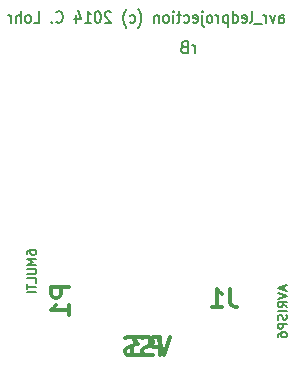
<source format=gbo>
G04 (created by PCBNEW (2013-jul-07)-stable) date Wed 01 Apr 2015 12:24:50 PM EDT*
%MOIN*%
G04 Gerber Fmt 3.4, Leading zero omitted, Abs format*
%FSLAX34Y34*%
G01*
G70*
G90*
G04 APERTURE LIST*
%ADD10C,0.00590551*%
%ADD11C,0.0075*%
%ADD12C,0.007*%
%ADD13C,0.012*%
G04 APERTURE END LIST*
G54D10*
G54D11*
X32428Y-21561D02*
X32428Y-21295D01*
X32428Y-21371D02*
X32409Y-21333D01*
X32390Y-21314D01*
X32352Y-21295D01*
X32314Y-21295D01*
X32047Y-21352D02*
X31990Y-21371D01*
X31971Y-21390D01*
X31952Y-21428D01*
X31952Y-21485D01*
X31971Y-21523D01*
X31990Y-21542D01*
X32028Y-21561D01*
X32180Y-21561D01*
X32180Y-21161D01*
X32047Y-21161D01*
X32009Y-21180D01*
X31990Y-21200D01*
X31971Y-21238D01*
X31971Y-21276D01*
X31990Y-21314D01*
X32009Y-21333D01*
X32047Y-21352D01*
X32180Y-21352D01*
G54D12*
X35216Y-20561D02*
X35216Y-20352D01*
X35233Y-20314D01*
X35266Y-20295D01*
X35333Y-20295D01*
X35366Y-20314D01*
X35216Y-20542D02*
X35249Y-20561D01*
X35333Y-20561D01*
X35366Y-20542D01*
X35383Y-20504D01*
X35383Y-20466D01*
X35366Y-20428D01*
X35333Y-20409D01*
X35249Y-20409D01*
X35216Y-20390D01*
X35083Y-20295D02*
X34999Y-20561D01*
X34916Y-20295D01*
X34783Y-20561D02*
X34783Y-20295D01*
X34783Y-20371D02*
X34766Y-20333D01*
X34749Y-20314D01*
X34716Y-20295D01*
X34683Y-20295D01*
X34649Y-20600D02*
X34383Y-20600D01*
X34249Y-20561D02*
X34283Y-20542D01*
X34299Y-20504D01*
X34299Y-20161D01*
X33983Y-20542D02*
X34016Y-20561D01*
X34083Y-20561D01*
X34116Y-20542D01*
X34133Y-20504D01*
X34133Y-20352D01*
X34116Y-20314D01*
X34083Y-20295D01*
X34016Y-20295D01*
X33983Y-20314D01*
X33966Y-20352D01*
X33966Y-20390D01*
X34133Y-20428D01*
X33666Y-20561D02*
X33666Y-20161D01*
X33666Y-20542D02*
X33699Y-20561D01*
X33766Y-20561D01*
X33799Y-20542D01*
X33816Y-20523D01*
X33833Y-20485D01*
X33833Y-20371D01*
X33816Y-20333D01*
X33799Y-20314D01*
X33766Y-20295D01*
X33699Y-20295D01*
X33666Y-20314D01*
X33499Y-20295D02*
X33499Y-20695D01*
X33499Y-20314D02*
X33466Y-20295D01*
X33399Y-20295D01*
X33366Y-20314D01*
X33349Y-20333D01*
X33333Y-20371D01*
X33333Y-20485D01*
X33349Y-20523D01*
X33366Y-20542D01*
X33399Y-20561D01*
X33466Y-20561D01*
X33499Y-20542D01*
X33183Y-20561D02*
X33183Y-20295D01*
X33183Y-20371D02*
X33166Y-20333D01*
X33150Y-20314D01*
X33116Y-20295D01*
X33083Y-20295D01*
X32916Y-20561D02*
X32950Y-20542D01*
X32966Y-20523D01*
X32983Y-20485D01*
X32983Y-20371D01*
X32966Y-20333D01*
X32950Y-20314D01*
X32916Y-20295D01*
X32866Y-20295D01*
X32833Y-20314D01*
X32816Y-20333D01*
X32800Y-20371D01*
X32800Y-20485D01*
X32816Y-20523D01*
X32833Y-20542D01*
X32866Y-20561D01*
X32916Y-20561D01*
X32650Y-20295D02*
X32650Y-20638D01*
X32666Y-20676D01*
X32700Y-20695D01*
X32716Y-20695D01*
X32650Y-20161D02*
X32666Y-20180D01*
X32650Y-20200D01*
X32633Y-20180D01*
X32650Y-20161D01*
X32650Y-20200D01*
X32350Y-20542D02*
X32383Y-20561D01*
X32450Y-20561D01*
X32483Y-20542D01*
X32500Y-20504D01*
X32500Y-20352D01*
X32483Y-20314D01*
X32450Y-20295D01*
X32383Y-20295D01*
X32350Y-20314D01*
X32333Y-20352D01*
X32333Y-20390D01*
X32500Y-20428D01*
X32033Y-20542D02*
X32066Y-20561D01*
X32133Y-20561D01*
X32166Y-20542D01*
X32183Y-20523D01*
X32200Y-20485D01*
X32200Y-20371D01*
X32183Y-20333D01*
X32166Y-20314D01*
X32133Y-20295D01*
X32066Y-20295D01*
X32033Y-20314D01*
X31933Y-20295D02*
X31800Y-20295D01*
X31883Y-20161D02*
X31883Y-20504D01*
X31866Y-20542D01*
X31833Y-20561D01*
X31800Y-20561D01*
X31683Y-20561D02*
X31683Y-20295D01*
X31683Y-20161D02*
X31700Y-20180D01*
X31683Y-20200D01*
X31666Y-20180D01*
X31683Y-20161D01*
X31683Y-20200D01*
X31466Y-20561D02*
X31500Y-20542D01*
X31516Y-20523D01*
X31533Y-20485D01*
X31533Y-20371D01*
X31516Y-20333D01*
X31500Y-20314D01*
X31466Y-20295D01*
X31416Y-20295D01*
X31383Y-20314D01*
X31366Y-20333D01*
X31350Y-20371D01*
X31350Y-20485D01*
X31366Y-20523D01*
X31383Y-20542D01*
X31416Y-20561D01*
X31466Y-20561D01*
X31200Y-20295D02*
X31200Y-20561D01*
X31200Y-20333D02*
X31183Y-20314D01*
X31150Y-20295D01*
X31100Y-20295D01*
X31066Y-20314D01*
X31050Y-20352D01*
X31050Y-20561D01*
X30516Y-20714D02*
X30533Y-20695D01*
X30566Y-20638D01*
X30583Y-20600D01*
X30600Y-20542D01*
X30616Y-20447D01*
X30616Y-20371D01*
X30600Y-20276D01*
X30583Y-20219D01*
X30566Y-20180D01*
X30533Y-20123D01*
X30516Y-20104D01*
X30233Y-20542D02*
X30266Y-20561D01*
X30333Y-20561D01*
X30366Y-20542D01*
X30383Y-20523D01*
X30400Y-20485D01*
X30400Y-20371D01*
X30383Y-20333D01*
X30366Y-20314D01*
X30333Y-20295D01*
X30266Y-20295D01*
X30233Y-20314D01*
X30116Y-20714D02*
X30100Y-20695D01*
X30066Y-20638D01*
X30050Y-20600D01*
X30033Y-20542D01*
X30016Y-20447D01*
X30016Y-20371D01*
X30033Y-20276D01*
X30050Y-20219D01*
X30066Y-20180D01*
X30100Y-20123D01*
X30116Y-20104D01*
X29600Y-20200D02*
X29583Y-20180D01*
X29550Y-20161D01*
X29466Y-20161D01*
X29433Y-20180D01*
X29416Y-20200D01*
X29400Y-20238D01*
X29400Y-20276D01*
X29416Y-20333D01*
X29616Y-20561D01*
X29400Y-20561D01*
X29183Y-20161D02*
X29150Y-20161D01*
X29116Y-20180D01*
X29100Y-20200D01*
X29083Y-20238D01*
X29066Y-20314D01*
X29066Y-20409D01*
X29083Y-20485D01*
X29100Y-20523D01*
X29116Y-20542D01*
X29150Y-20561D01*
X29183Y-20561D01*
X29216Y-20542D01*
X29233Y-20523D01*
X29250Y-20485D01*
X29266Y-20409D01*
X29266Y-20314D01*
X29250Y-20238D01*
X29233Y-20200D01*
X29216Y-20180D01*
X29183Y-20161D01*
X28733Y-20561D02*
X28933Y-20561D01*
X28833Y-20561D02*
X28833Y-20161D01*
X28866Y-20219D01*
X28900Y-20257D01*
X28933Y-20276D01*
X28433Y-20295D02*
X28433Y-20561D01*
X28516Y-20142D02*
X28600Y-20428D01*
X28383Y-20428D01*
X27783Y-20523D02*
X27800Y-20542D01*
X27850Y-20561D01*
X27883Y-20561D01*
X27933Y-20542D01*
X27966Y-20504D01*
X27983Y-20466D01*
X28000Y-20390D01*
X28000Y-20333D01*
X27983Y-20257D01*
X27966Y-20219D01*
X27933Y-20180D01*
X27883Y-20161D01*
X27850Y-20161D01*
X27800Y-20180D01*
X27783Y-20200D01*
X27633Y-20523D02*
X27616Y-20542D01*
X27633Y-20561D01*
X27650Y-20542D01*
X27633Y-20523D01*
X27633Y-20561D01*
X27033Y-20561D02*
X27200Y-20561D01*
X27200Y-20161D01*
X26866Y-20561D02*
X26900Y-20542D01*
X26916Y-20523D01*
X26933Y-20485D01*
X26933Y-20371D01*
X26916Y-20333D01*
X26900Y-20314D01*
X26866Y-20295D01*
X26816Y-20295D01*
X26783Y-20314D01*
X26766Y-20333D01*
X26750Y-20371D01*
X26750Y-20485D01*
X26766Y-20523D01*
X26783Y-20542D01*
X26816Y-20561D01*
X26866Y-20561D01*
X26600Y-20561D02*
X26600Y-20161D01*
X26450Y-20561D02*
X26450Y-20352D01*
X26466Y-20314D01*
X26500Y-20295D01*
X26550Y-20295D01*
X26583Y-20314D01*
X26600Y-20333D01*
X26283Y-20561D02*
X26283Y-20295D01*
X26283Y-20371D02*
X26266Y-20333D01*
X26250Y-20314D01*
X26216Y-20295D01*
X26183Y-20295D01*
G54D13*
X33584Y-29433D02*
X33584Y-29861D01*
X33612Y-29947D01*
X33669Y-30004D01*
X33755Y-30033D01*
X33812Y-30033D01*
X32984Y-30033D02*
X33327Y-30033D01*
X33155Y-30033D02*
X33155Y-29433D01*
X33212Y-29519D01*
X33269Y-29576D01*
X33327Y-29604D01*
G54D11*
X35388Y-29327D02*
X35388Y-29469D01*
X35474Y-29298D02*
X35174Y-29398D01*
X35474Y-29498D01*
X35174Y-29555D02*
X35474Y-29655D01*
X35174Y-29755D01*
X35474Y-30027D02*
X35331Y-29927D01*
X35474Y-29855D02*
X35174Y-29855D01*
X35174Y-29969D01*
X35188Y-29998D01*
X35202Y-30012D01*
X35231Y-30027D01*
X35274Y-30027D01*
X35302Y-30012D01*
X35317Y-29998D01*
X35331Y-29969D01*
X35331Y-29855D01*
X35474Y-30155D02*
X35174Y-30155D01*
X35459Y-30284D02*
X35474Y-30327D01*
X35474Y-30398D01*
X35459Y-30427D01*
X35445Y-30441D01*
X35417Y-30455D01*
X35388Y-30455D01*
X35359Y-30441D01*
X35345Y-30427D01*
X35331Y-30398D01*
X35317Y-30341D01*
X35302Y-30312D01*
X35288Y-30298D01*
X35259Y-30284D01*
X35231Y-30284D01*
X35202Y-30298D01*
X35188Y-30312D01*
X35174Y-30341D01*
X35174Y-30412D01*
X35188Y-30455D01*
X35474Y-30584D02*
X35174Y-30584D01*
X35174Y-30698D01*
X35188Y-30727D01*
X35202Y-30741D01*
X35231Y-30755D01*
X35274Y-30755D01*
X35302Y-30741D01*
X35317Y-30727D01*
X35331Y-30698D01*
X35331Y-30584D01*
X35174Y-31012D02*
X35174Y-30955D01*
X35188Y-30927D01*
X35202Y-30912D01*
X35245Y-30884D01*
X35302Y-30869D01*
X35417Y-30869D01*
X35445Y-30884D01*
X35459Y-30898D01*
X35474Y-30927D01*
X35474Y-30984D01*
X35459Y-31012D01*
X35445Y-31027D01*
X35417Y-31041D01*
X35345Y-31041D01*
X35317Y-31027D01*
X35302Y-31012D01*
X35288Y-30984D01*
X35288Y-30927D01*
X35302Y-30898D01*
X35317Y-30884D01*
X35345Y-30869D01*
G54D13*
X28220Y-29376D02*
X27620Y-29376D01*
X27620Y-29604D01*
X27649Y-29661D01*
X27677Y-29690D01*
X27735Y-29718D01*
X27820Y-29718D01*
X27877Y-29690D01*
X27906Y-29661D01*
X27935Y-29604D01*
X27935Y-29376D01*
X28220Y-30290D02*
X28220Y-29947D01*
X28220Y-30118D02*
X27620Y-30118D01*
X27706Y-30061D01*
X27763Y-30004D01*
X27792Y-29947D01*
G54D11*
X26815Y-28256D02*
X26815Y-28198D01*
X26829Y-28170D01*
X26843Y-28156D01*
X26886Y-28127D01*
X26943Y-28113D01*
X27057Y-28113D01*
X27086Y-28127D01*
X27100Y-28141D01*
X27115Y-28170D01*
X27115Y-28227D01*
X27100Y-28256D01*
X27086Y-28270D01*
X27057Y-28284D01*
X26986Y-28284D01*
X26957Y-28270D01*
X26943Y-28256D01*
X26929Y-28227D01*
X26929Y-28170D01*
X26943Y-28141D01*
X26957Y-28127D01*
X26986Y-28113D01*
X27115Y-28413D02*
X26815Y-28413D01*
X27029Y-28513D01*
X26815Y-28613D01*
X27115Y-28613D01*
X26815Y-28756D02*
X27057Y-28756D01*
X27086Y-28770D01*
X27100Y-28784D01*
X27115Y-28813D01*
X27115Y-28870D01*
X27100Y-28898D01*
X27086Y-28913D01*
X27057Y-28927D01*
X26815Y-28927D01*
X27115Y-29213D02*
X27115Y-29070D01*
X26815Y-29070D01*
X26815Y-29270D02*
X26815Y-29441D01*
X27115Y-29356D02*
X26815Y-29356D01*
X27115Y-29541D02*
X26815Y-29541D01*
G54D13*
X31242Y-31642D02*
X31242Y-31042D01*
X31014Y-31042D01*
X30957Y-31071D01*
X30928Y-31100D01*
X30900Y-31157D01*
X30900Y-31242D01*
X30928Y-31300D01*
X30957Y-31328D01*
X31014Y-31357D01*
X31242Y-31357D01*
X30700Y-31042D02*
X30328Y-31042D01*
X30528Y-31271D01*
X30442Y-31271D01*
X30385Y-31300D01*
X30357Y-31328D01*
X30328Y-31385D01*
X30328Y-31528D01*
X30357Y-31585D01*
X30385Y-31614D01*
X30442Y-31642D01*
X30614Y-31642D01*
X30671Y-31614D01*
X30700Y-31585D01*
X31571Y-31042D02*
X31371Y-31642D01*
X31171Y-31042D01*
X31000Y-31614D02*
X30914Y-31642D01*
X30771Y-31642D01*
X30714Y-31614D01*
X30685Y-31585D01*
X30657Y-31528D01*
X30657Y-31471D01*
X30685Y-31414D01*
X30714Y-31385D01*
X30771Y-31357D01*
X30885Y-31328D01*
X30942Y-31300D01*
X30971Y-31271D01*
X31000Y-31214D01*
X31000Y-31157D01*
X30971Y-31100D01*
X30942Y-31071D01*
X30885Y-31042D01*
X30742Y-31042D01*
X30657Y-31071D01*
X30428Y-31614D02*
X30342Y-31642D01*
X30200Y-31642D01*
X30142Y-31614D01*
X30114Y-31585D01*
X30085Y-31528D01*
X30085Y-31471D01*
X30114Y-31414D01*
X30142Y-31385D01*
X30200Y-31357D01*
X30314Y-31328D01*
X30371Y-31300D01*
X30400Y-31271D01*
X30428Y-31214D01*
X30428Y-31157D01*
X30400Y-31100D01*
X30371Y-31071D01*
X30314Y-31042D01*
X30171Y-31042D01*
X30085Y-31071D01*
M02*

</source>
